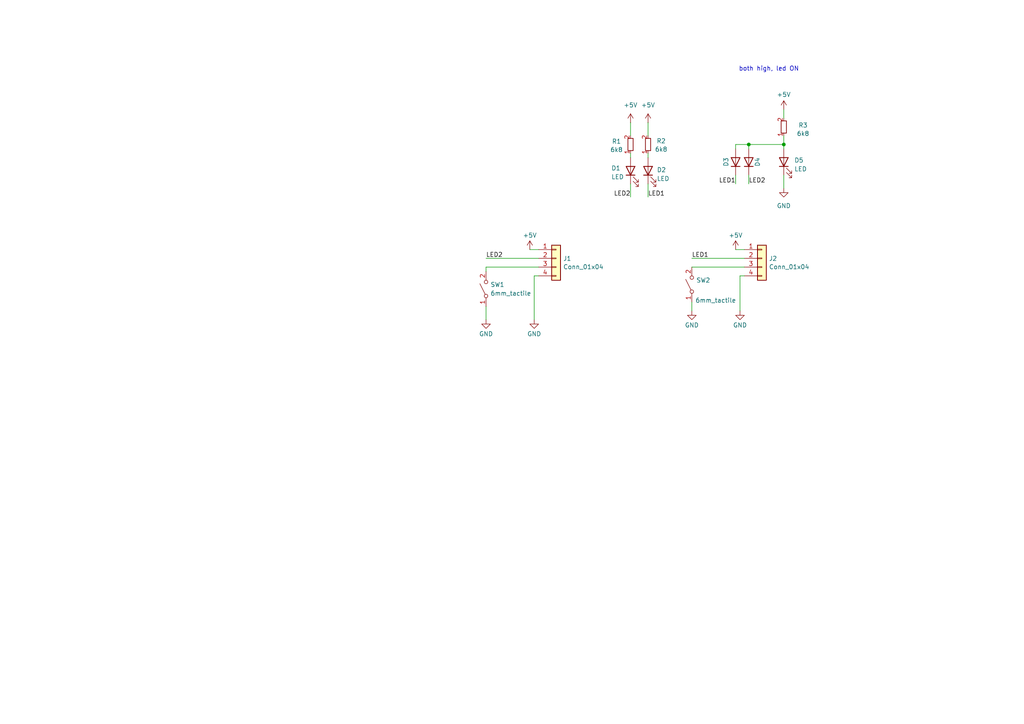
<source format=kicad_sch>
(kicad_sch (version 20231120) (generator "eeschema") (generator_version "8.0")
  (paper "A4")
  (lib_symbols
    (symbol "+5V_1" (power) (pin_numbers hide) (pin_names (offset 0) hide)
      (property "Value" "+5V" (at 0 3.556 0))
      (symbol "+5V_1_0_1"
        (polyline (pts (xy -0.762 1.27) (xy 0 2.54)))
        (polyline (pts (xy 0 0) (xy 0 2.54)))
        (polyline (pts (xy 0 2.54) (xy 0.762 1.27)))
      )
      (symbol "+5V_1_1_1"
        (pin power_in line (at 0 0 90) (length 0) (name "~") (number "1"))
      )
    )
    (symbol "+5V_2" (power) (pin_numbers hide) (pin_names (offset 0) hide)
      (property "Value" "+5V" (at 0 3.556 0))
      (symbol "+5V_2_0_1"
        (polyline (pts (xy -0.762 1.27) (xy 0 2.54)))
        (polyline (pts (xy 0 0) (xy 0 2.54)))
        (polyline (pts (xy 0 2.54) (xy 0.762 1.27)))
      )
      (symbol "+5V_2_1_1"
        (pin power_in line (at 0 0 90) (length 0) (name "~") (number "1"))
      )
    )
    (symbol "Connector_Generic:Conn_01x04" (pin_names (offset 1.016) hide)
      (property "Reference" "J" (at 0 5.08 0))
      (property "Value" "Conn_01x04" (at 0 -7.62 0))
      (symbol "Conn_01x04_1_1"
        (rectangle (start -1.27 -4.953) (end 0 -5.207) (stroke (width 0.1524)))
        (rectangle (start -1.27 -2.413) (end 0 -2.667) (stroke (width 0.1524)))
        (rectangle (start -1.27 0.127) (end 0 -0.127) (stroke (width 0.1524)))
        (rectangle (start -1.27 2.667) (end 0 2.413) (stroke (width 0.1524)))
        (rectangle (start -1.27 3.81) (end 1.27 -6.35) (stroke (width 0.254)) (fill (type background)))
        (pin passive line (at -5.08 2.54 0) (length 3.81) (name "Pin_1") (number "1"))
        (pin passive line (at -5.08 0 0) (length 3.81) (name "Pin_2") (number "2"))
        (pin passive line (at -5.08 -2.54 0) (length 3.81) (name "Pin_3") (number "3"))
        (pin passive line (at -5.08 -5.08 0) (length 3.81) (name "Pin_4") (number "4"))
      )
    )
    (symbol "GND_1" (power) (pin_numbers hide) (pin_names (offset 0) hide)
      (property "Value" "GND" (at 0 -3.81 0))
      (symbol "GND_1_0_1"
        (polyline (pts (xy 0 0) (xy 0 -1.27) (xy 1.27 -1.27) (xy 0 -2.54) (xy -1.27 -1.27) (xy 0 -1.27)))
      )
      (symbol "GND_1_1_1"
        (pin power_in line (at 0 0 270) (length 0) (name "~") (number "1"))
      )
    )
    (symbol "custom_kicad_lib_sk:1N4148WS" (pin_numbers hide) (pin_names hide)
      (property "Reference" "D" (at 0 2.54 0))
      (property "Value" "1N4148WS" (at 0 -2.54 0))
      (symbol "1N4148WS_0_1"
        (polyline (pts (xy -1.27 1.27) (xy -1.27 -1.27)) (stroke (width 0.254)))
        (polyline (pts (xy 1.27 0) (xy -1.27 0)))
        (polyline (pts (xy 1.27 1.27) (xy 1.27 -1.27) (xy -1.27 0) (xy 1.27 1.27)) (stroke (width 0.254)))
      )
      (symbol "1N4148WS_1_1"
        (pin passive line (at -3.81 0 0) (length 2.54) (name "K") (number "1"))
        (pin passive line (at 3.81 0 180) (length 2.54) (name "A") (number "2"))
      )
    )
    (symbol "custom_kicad_lib_sk:6mm_tactile" (pin_names (offset 0) hide)
      (property "Reference" "SW" (at 0 3.175 0))
      (property "Value" "6mm_tactile" (at 0 -2.54 0))
      (symbol "6mm_tactile_0_0"
        (circle (center -2.032 0) (radius 0.508))
        (polyline (pts (xy -1.524 0.254) (xy 1.524 1.778)))
        (circle (center 2.032 0) (radius 0.508))
      )
      (symbol "6mm_tactile_1_1"
        (pin passive line (at -5.08 0 0) (length 2.54) (name "A") (number "1"))
        (pin passive line (at 5.08 0 180) (length 2.54) (name "B") (number "2"))
      )
    )
    (symbol "custom_kicad_lib_sk:LED" (pin_numbers hide) (pin_names (offset 1.016) hide)
      (property "Reference" "D" (at 0 2.54 0))
      (property "Value" "LED" (at 0 -2.54 0))
      (property "JLCPCB Part#" "C2296" (at 0 0 0))
      (symbol "LED_0_1"
        (polyline (pts (xy -1.27 -1.27) (xy -1.27 1.27)) (stroke (width 0.254)))
        (polyline (pts (xy -1.27 0) (xy 1.27 0)))
        (polyline (pts (xy 1.27 -1.27) (xy 1.27 1.27) (xy -1.27 0) (xy 1.27 -1.27)) (stroke (width 0.254)))
        (polyline (pts (xy -3.048 -0.762) (xy -4.572 -2.286) (xy -3.81 -2.286) (xy -4.572 -2.286) (xy -4.572 -1.524)))
        (polyline (pts (xy -1.778 -0.762) (xy -3.302 -2.286) (xy -2.54 -2.286) (xy -3.302 -2.286) (xy -3.302 -1.524)))
      )
      (symbol "LED_1_1"
        (pin passive line (at -3.81 0 0) (length 2.54) (name "K") (number "1"))
        (pin passive line (at 3.81 0 180) (length 2.54) (name "A") (number "2"))
      )
    )
    (symbol "power:+5V" (power) (pin_names (offset 0))
      (property "Value" "+5V" (at 0 3.556 0))
      (symbol "+5V_0_1"
        (polyline (pts (xy -0.762 1.27) (xy 0 2.54)))
        (polyline (pts (xy 0 0) (xy 0 2.54)))
        (polyline (pts (xy 0 2.54) (xy 0.762 1.27)))
      )
      (symbol "+5V_1_1"
        (pin power_in line (at 0 0 90) (length 0) hide (name "+5V") (number "1"))
      )
    )
    (symbol "power:GND" (power) (pin_names (offset 0))
      (property "Value" "GND" (at 0 -3.81 0))
      (symbol "GND_0_1"
        (polyline (pts (xy 0 0) (xy 0 -1.27) (xy 1.27 -1.27) (xy 0 -2.54) (xy -1.27 -1.27) (xy 0 -1.27)))
      )
      (symbol "GND_1_1"
        (pin power_in line (at 0 0 270) (length 0) hide (name "GND") (number "1"))
      )
    )
    (symbol "resistors_0603:R_6k8_0603"
      (property "Reference" "R" (at 1.27 2.54 0))
      (property "Value" "6k8" (at 2.54 -2.54 0))
      (symbol "R_6k8_0603_0_1"
        (rectangle (start -0.762 1.778) (end 0.762 -1.778) (stroke (width 0.2032)))
      )
      (symbol "R_6k8_0603_1_1"
        (pin passive line (at 0 2.54 270) (length 0.762) (name "~") (number "1"))
        (pin passive line (at 0 -2.54 90) (length 0.762) (name "~") (number "2"))
      )
    )
  )
  (junction (at 227.33 41.91))
  (junction (at 217.17 41.91))
  (wire (pts (xy 213.36 41.91) (xy 217.17 41.91)))
  (wire (pts (xy 214.63 80.01) (xy 215.9 80.01)))
  (wire (pts (xy 140.97 88.9) (xy 140.97 92.71)))
  (wire (pts (xy 187.96 53.34) (xy 187.96 57.15)))
  (wire (pts (xy 227.33 31.75) (xy 227.33 34.29)))
  (wire (pts (xy 154.94 92.71) (xy 154.94 80.01)))
  (wire (pts (xy 154.94 80.01) (xy 156.21 80.01)))
  (wire (pts (xy 217.17 41.91) (xy 217.17 43.18)))
  (wire (pts (xy 227.33 39.37) (xy 227.33 41.91)))
  (wire (pts (xy 200.66 87.63) (xy 200.66 90.17)))
  (wire (pts (xy 217.17 41.91) (xy 227.33 41.91)))
  (wire (pts (xy 217.17 53.34) (xy 217.17 50.8)))
  (wire (pts (xy 182.88 53.34) (xy 182.88 57.15)))
  (wire (pts (xy 200.66 74.93) (xy 215.9 74.93)))
  (wire (pts (xy 140.97 77.47) (xy 140.97 78.74)))
  (wire (pts (xy 140.97 74.93) (xy 156.21 74.93)))
  (wire (pts (xy 227.33 41.91) (xy 227.33 43.18)))
  (wire (pts (xy 227.33 50.8) (xy 227.33 54.61)))
  (wire (pts (xy 140.97 77.47) (xy 156.21 77.47)))
  (wire (pts (xy 213.36 41.91) (xy 213.36 43.18)))
  (wire (pts (xy 187.96 35.56) (xy 187.96 39.37)))
  (wire (pts (xy 200.66 77.47) (xy 215.9 77.47)))
  (wire (pts (xy 187.96 44.45) (xy 187.96 45.72)))
  (wire (pts (xy 214.63 90.17) (xy 214.63 80.01)))
  (wire (pts (xy 182.88 35.56) (xy 182.88 39.37)))
  (wire (pts (xy 182.88 44.45) (xy 182.88 45.72)))
  (wire (pts (xy 213.36 53.34) (xy 213.36 50.8)))
  (wire (pts (xy 213.36 72.39) (xy 215.9 72.39)))
  (wire (pts (xy 153.67 72.39) (xy 156.21 72.39)))
  (text "both high, led ON" (at 223.012 20.066 0) (effects (font (size 1.27 1.27))))
  (label "LED2" (at 217.17 53.34 0))
  (label "LED1" (at 213.36 53.34 180))
  (label "LED2" (at 140.97 74.93 0))
  (label "LED1" (at 200.66 74.93 0))
  (label "LED2" (at 182.88 57.15 180))
  (label "LED1" (at 187.96 57.15 0))
  (symbol (lib_id "Connector_Generic:Conn_01x04") (at 161.29 74.93 0) (unit 1)
    (property "Reference" "J1" (at 163.322 74.9879 0) (effects (justify left)))
    (property "Value" "Conn_01x04" (at 163.322 77.4121 0) (effects (justify left)))
    (property "Footprint" "Connector_JST:JST_SH_SM04B-SRSS-TB_1x04-1MP_P1.00mm_Horizontal" (effects (hide yes)))
    (property "JLCPCB Part#" "C265102" (effects (hide yes)))
  )
  (symbol (lib_name "+5V_1") (lib_id "power:+5V") (at 187.96 35.56 0) (unit 1)
    (property "Reference" "#PWR02" (effects (hide yes)))
    (property "Value" "+5V" (at 187.96 30.48 0))
    (property "Description" "Power symbol creates a global label with name \"+5V\"" (effects (hide yes)))
  )
  (symbol (lib_name "GND_1") (lib_id "power:GND") (at 227.33 54.61 0) (unit 1)
    (property "Reference" "#PWR07" (effects (hide yes)))
    (property "Value" "GND" (at 227.33 59.69 0))
    (property "Description" "Power symbol creates a global label with name \"GND\" , ground" (effects (hide yes)))
  )
  (symbol (lib_id "custom_kicad_lib_sk:1N4148WS") (at 217.17 46.99 90) (unit 1)
    (property "Reference" "D4" (at 219.71 46.99 0))
    (property "Value" "1N4148WS" (effects (hide yes)))
    (property "Footprint" "Diode_SMD:D_SOD-323" (effects (hide yes)))
    (property "Datasheet" "https://www.vishay.com/docs/85751/1n4148ws.pdf" (effects (hide yes)))
    (property "Description" "75V 0.15A Fast switching Diode, SOD-323" (effects (hide yes)))
    (property "Sim.Device" "D" (effects (hide yes)))
    (property "Sim.Pins" "1=K 2=A" (effects (hide yes)))
    (property "JLCPCB Part#" "C2128" (effects (hide yes)))
  )
  (symbol (lib_id "Connector_Generic:Conn_01x04") (at 220.98 74.93 0) (unit 1)
    (property "Reference" "J2" (at 223.012 74.9879 0) (effects (justify left)))
    (property "Value" "Conn_01x04" (at 223.012 77.4121 0) (effects (justify left)))
    (property "Footprint" "Connector_JST:JST_SH_SM04B-SRSS-TB_1x04-1MP_P1.00mm_Horizontal" (effects (hide yes)))
    (property "JLCPCB Part#" "C265102" (effects (hide yes)))
  )
  (symbol (lib_id "custom_kicad_lib_sk:6mm_tactile") (at 140.97 83.82 90) (unit 1)
    (property "Reference" "SW1" (at 142.24 82.5499 90) (effects (justify right)))
    (property "Value" "6mm_tactile" (at 142.24 85.0899 90) (effects (justify right)))
    (property "Footprint" "custom_kicad_lib_sk:tactile_SMD_6mm" (effects (hide yes)))
    (property "Description" "Single Pole Single Throw (SPST) switch" (effects (hide yes)))
    (property "JLCPCB Part#" "C589249" (effects (hide yes)))
  )
  (symbol (lib_id "custom_kicad_lib_sk:LED") (at 187.96 49.53 90) (unit 1)
    (property "Reference" "D2" (at 190.5 49.276 90) (effects (justify right)))
    (property "Value" "LED" (at 190.5 51.816 90) (effects (justify right)))
    (property "Footprint" "custom_kicad_lib_sk:LED_D3.0mm" (effects (hide yes)))
    (property "JLCPCB Part#" "C779430" (effects (hide yes)))
  )
  (symbol (lib_id "power:+5V") (at 213.36 72.39 0) (unit 1)
    (property "Reference" "#PWR09" (effects (hide yes)))
    (property "Value" "+5V" (at 213.36 68.2569 0))
  )
  (symbol (lib_id "custom_kicad_lib_sk:LED") (at 227.33 46.99 90) (unit 1)
    (property "Reference" "D5" (at 230.378 46.482 90) (effects (justify right)))
    (property "Value" "LED" (at 230.378 49.022 90) (effects (justify right)))
    (property "Footprint" "custom_kicad_lib_sk:LED_D3.0mm" (effects (hide yes)))
    (property "JLCPCB Part#" "C779430" (effects (hide yes)))
  )
  (symbol (lib_id "custom_kicad_lib_sk:1N4148WS") (at 213.36 46.99 90) (unit 1)
    (property "Reference" "D3" (at 210.566 46.99 0))
    (property "Value" "1N4148WS" (effects (hide yes)))
    (property "Footprint" "Diode_SMD:D_SOD-323" (effects (hide yes)))
    (property "Datasheet" "https://www.vishay.com/docs/85751/1n4148ws.pdf" (effects (hide yes)))
    (property "Description" "75V 0.15A Fast switching Diode, SOD-323" (effects (hide yes)))
    (property "Sim.Device" "D" (effects (hide yes)))
    (property "Sim.Pins" "1=K 2=A" (effects (hide yes)))
    (property "JLCPCB Part#" "C2128" (effects (hide yes)))
  )
  (symbol (lib_id "power:GND") (at 154.94 92.71 0) (unit 1)
    (property "Reference" "#PWR05" (effects (hide yes)))
    (property "Value" "GND" (at 154.94 96.8431 0))
  )
  (symbol (lib_id "power:GND") (at 214.63 90.17 0) (unit 1)
    (property "Reference" "#PWR010" (effects (hide yes)))
    (property "Value" "GND" (at 214.63 94.3031 0))
  )
  (symbol (lib_id "custom_kicad_lib_sk:6mm_tactile") (at 200.66 82.55 90) (unit 1)
    (property "Reference" "SW2" (at 201.93 81.2799 90) (effects (justify right)))
    (property "Value" "6mm_tactile" (at 201.676 87.122 90) (effects (justify right)))
    (property "Footprint" "custom_kicad_lib_sk:tactile_SMD_6mm" (effects (hide yes)))
    (property "Description" "Single Pole Single Throw (SPST) switch" (effects (hide yes)))
    (property "JLCPCB Part#" "C589249" (effects (hide yes)))
  )
  (symbol (lib_id "custom_kicad_lib_sk:LED") (at 182.88 49.53 90) (unit 1)
    (property "Reference" "D1" (at 177.292 48.768 90) (effects (justify right)))
    (property "Value" "LED" (at 177.292 51.308 90) (effects (justify right)))
    (property "Footprint" "custom_kicad_lib_sk:LED_D3.0mm" (effects (hide yes)))
    (property "JLCPCB Part#" "C779430" (effects (hide yes)))
  )
  (symbol (lib_id "power:+5V") (at 153.67 72.39 0) (unit 1)
    (property "Reference" "#PWR04" (effects (hide yes)))
    (property "Value" "+5V" (at 153.67 68.2569 0))
  )
  (symbol (lib_name "+5V_2") (lib_id "power:+5V") (at 227.33 31.75 0) (unit 1)
    (property "Reference" "#PWR01" (effects (hide yes)))
    (property "Value" "+5V" (at 227.33 27.432 0))
    (property "Description" "Power symbol creates a global label with name \"+5V\"" (effects (hide yes)))
  )
  (symbol (lib_id "resistors_0603:R_6k8_0603") (at 182.88 41.91 180) (unit 1)
    (property "Reference" "R1" (at 178.816 41.0098 0))
    (property "Value" "6k8" (at 178.816 43.434 0))
    (property "Footprint" "custom_kicad_lib_sk:R_0603_smalltext" (effects (hide yes)))
    (property "JLCPCB Part#" "C23212" (effects (hide yes)))
  )
  (symbol (lib_id "power:GND") (at 200.66 90.17 0) (unit 1)
    (property "Reference" "#PWR08" (effects (hide yes)))
    (property "Value" "GND" (at 200.66 94.3031 0))
  )
  (symbol (lib_name "+5V_1") (lib_id "power:+5V") (at 182.88 35.56 0) (unit 1)
    (property "Reference" "#PWR06" (effects (hide yes)))
    (property "Value" "+5V" (at 182.88 30.48 0))
    (property "Description" "Power symbol creates a global label with name \"+5V\"" (effects (hide yes)))
  )
  (symbol (lib_id "resistors_0603:R_6k8_0603") (at 227.33 36.83 180) (unit 1)
    (property "Reference" "R3" (at 232.918 36.322 0))
    (property "Value" "6k8" (at 232.918 38.7462 0))
    (property "Footprint" "custom_kicad_lib_sk:R_0603_smalltext" (effects (hide yes)))
    (property "JLCPCB Part#" "C23212" (effects (hide yes)))
  )
  (symbol (lib_id "power:GND") (at 140.97 92.71 0) (unit 1)
    (property "Reference" "#PWR03" (effects (hide yes)))
    (property "Value" "GND" (at 140.97 96.8431 0))
  )
  (symbol (lib_id "resistors_0603:R_6k8_0603") (at 187.96 41.91 180) (unit 1)
    (property "Reference" "R2" (at 191.77 40.894 0))
    (property "Value" "6k8" (at 191.77 43.3182 0))
    (property "Footprint" "custom_kicad_lib_sk:R_0603_smalltext" (effects (hide yes)))
    (property "JLCPCB Part#" "C23212" (effects (hide yes)))
  )
)
</source>
